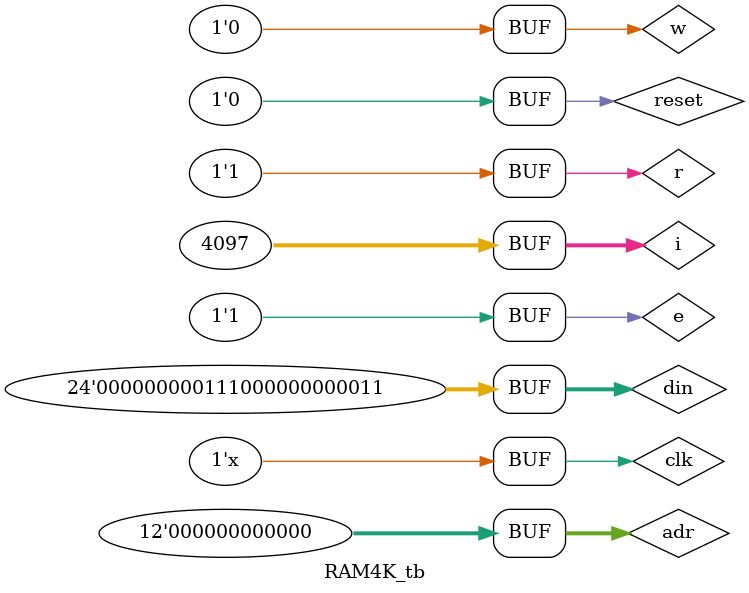
<source format=v>
module RAM4K_tb ;

    wire [23:0] dout ;
    reg [23:0] din ;
    reg e, reset, clk,w,r ;
    reg [11:0] adr ;
    integer i ;

    initial 
        begin 
            e = 1'b1 ;
            clk = 1'b1 ;
            reset = 1'b0;
        end

    always 
        begin 
            clk = ~clk ; #3 ;
        end

    always 
        begin
            for(i=0;i<4097;i=i+1)
                begin
                    din = 7*i ; adr = i ; w =1'b1 ; r = 1'b0 ; #10 ;
                end
            din = din+3 ;
            for(i=0;i<4097;i=i+1)
                begin
                    adr = 4*i ; w =1'b0 ; r = 1'b1 ; #10 ;
                end

        end


RAM4K ra(e,din, reset, clk,adr,w,r,dout) ;

endmodule

</source>
